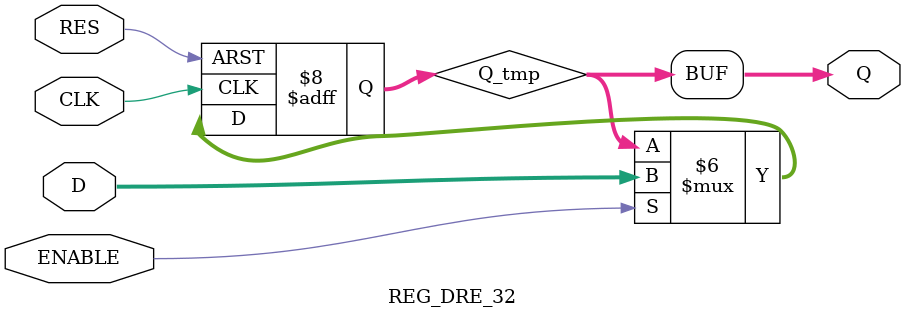
<source format=v>
`timescale 1ns / 1ps


module REG_DRE_32(
    input [31:0] D,
    output [31:0] Q,
    input CLK,
    input RES,
    input ENABLE
    );
    reg [31:0] Q_tmp=32'd0;
    assign Q=Q_tmp;
    always @(posedge CLK, posedge RES)
    begin
      if(RES==1'b1)
        Q_tmp<=32'd0;        
      else if(ENABLE==1'b1)
        Q_tmp<=D;
      else
        Q_tmp<=Q_tmp;
    end
endmodule

</source>
